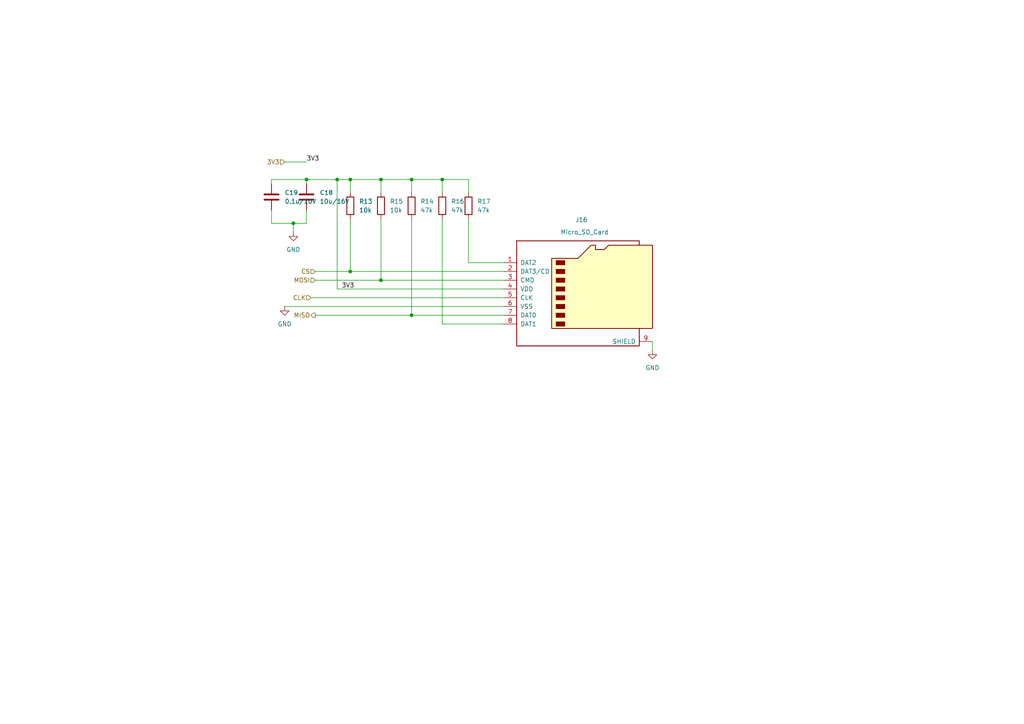
<source format=kicad_sch>
(kicad_sch (version 20250114) (generator "eeschema") (generator_version "9.0")
  (paper "A4")
  (lib_symbols
    (symbol "Connector:Micro_SD_Card" (pin_names (offset 1.016))
      (property "Reference" "J" (at -16.51 15.24 0))
      (property "Value" "Micro_SD_Card" (at 16.51 15.24 0))
      (symbol "Micro_SD_Card_0_1"
        (polyline (pts (xy -8.89 -11.43) (xy -8.89 8.89) (xy -1.27 8.89) (xy 2.54 12.7) (xy 3.81 12.7) (xy 3.81 11.43) (xy 6.35 11.43) (xy 7.62 12.7) (xy 20.32 12.7) (xy 20.32 -11.43) (xy -8.89 -11.43)) (stroke (width 0.254)) (fill (type background)))
        (rectangle (start -7.62 8.255) (end -5.08 6.985) (fill (type outline)))
        (rectangle (start -7.62 5.715) (end -5.08 4.445) (fill (type outline)))
        (rectangle (start -7.62 3.175) (end -5.08 1.905) (fill (type outline)))
        (rectangle (start -7.62 0.635) (end -5.08 -0.635) (fill (type outline)))
        (rectangle (start -7.62 -1.905) (end -5.08 -3.175) (fill (type outline)))
        (rectangle (start -7.62 -4.445) (end -5.08 -5.715) (fill (type outline)))
        (rectangle (start -7.62 -6.985) (end -5.08 -8.255) (fill (type outline)))
        (rectangle (start -7.62 -9.525) (end -5.08 -10.795) (fill (type outline)))
        (polyline (pts (xy 16.51 12.7) (xy 16.51 13.97) (xy -19.05 13.97) (xy -19.05 -16.51) (xy 16.51 -16.51) (xy 16.51 -11.43)) (stroke (width 0.254)))
      )
      (symbol "Micro_SD_Card_1_1"
        (pin bidirectional line (at -22.86 7.62 0) (length 3.81) (name "DAT2") (number "1"))
        (pin bidirectional line (at -22.86 5.08 0) (length 3.81) (name "DAT3/CD") (number "2"))
        (pin input line (at -22.86 2.54 0) (length 3.81) (name "CMD") (number "3"))
        (pin power_in line (at -22.86 0 0) (length 3.81) (name "VDD") (number "4"))
        (pin input line (at -22.86 -2.54 0) (length 3.81) (name "CLK") (number "5"))
        (pin power_in line (at -22.86 -5.08 0) (length 3.81) (name "VSS") (number "6"))
        (pin bidirectional line (at -22.86 -7.62 0) (length 3.81) (name "DAT0") (number "7"))
        (pin bidirectional line (at -22.86 -10.16 0) (length 3.81) (name "DAT1") (number "8"))
        (pin passive line (at 20.32 -15.24 180) (length 3.81) (name "SHIELD") (number "9"))
      )
    )
    (symbol "Device:C" (pin_numbers (hide yes)) (pin_names (offset 0.254))
      (property "Reference" "C" (at 0.635 2.54 0))
      (property "Value" "C" (at 0.635 -2.54 0))
      (symbol "C_0_1"
        (polyline (pts (xy -2.032 0.762) (xy 2.032 0.762)) (stroke (width 0.508)))
        (polyline (pts (xy -2.032 -0.762) (xy 2.032 -0.762)) (stroke (width 0.508)))
      )
      (symbol "C_1_1"
        (pin passive line (at 0 3.81 270) (length 2.794) (name "~") (number "1"))
        (pin passive line (at 0 -3.81 90) (length 2.794) (name "~") (number "2"))
      )
    )
    (symbol "Device:R" (pin_numbers (hide yes)) (pin_names (offset 0))
      (property "Reference" "R" (at 2.032 0 90))
      (property "Value" "R" (at 0 0 90))
      (symbol "R_0_1"
        (rectangle (start -1.016 -2.54) (end 1.016 2.54) (stroke (width 0.254)))
      )
      (symbol "R_1_1"
        (pin passive line (at 0 3.81 270) (length 1.27) (name "~") (number "1"))
        (pin passive line (at 0 -3.81 90) (length 1.27) (name "~") (number "2"))
      )
    )
    (symbol "power:GND" (power) (pin_numbers (hide yes)) (pin_names (offset 0) (hide yes))
      (property "Value" "GND" (at 0 -3.81 0))
      (symbol "GND_0_1"
        (polyline (pts (xy 0 0) (xy 0 -1.27) (xy 1.27 -1.27) (xy 0 -2.54) (xy -1.27 -1.27) (xy 0 -1.27)))
      )
      (symbol "GND_1_1"
        (pin power_in line (at 0 0 270) (length 0) (name "~") (number "1"))
      )
    )
  )
  (junction (at 88.9 52.07))
  (junction (at 128.27 52.07))
  (junction (at 119.38 52.07))
  (junction (at 101.6 52.07))
  (junction (at 85.09 64.77))
  (junction (at 110.49 81.28))
  (junction (at 97.79 52.07))
  (junction (at 110.49 52.07))
  (junction (at 101.6 78.74))
  (junction (at 119.38 91.44))
  (wire (pts (xy 119.38 55.88) (xy 119.38 52.07)))
  (wire (pts (xy 110.49 81.28) (xy 146.05 81.28)))
  (wire (pts (xy 110.49 63.5) (xy 110.49 81.28)))
  (wire (pts (xy 128.27 52.07) (xy 135.89 52.07)))
  (wire (pts (xy 85.09 64.77) (xy 85.09 67.31)))
  (wire (pts (xy 189.23 99.06) (xy 189.23 101.6)))
  (wire (pts (xy 135.89 76.2) (xy 135.89 63.5)))
  (wire (pts (xy 78.74 52.07) (xy 78.74 53.34)))
  (wire (pts (xy 135.89 52.07) (xy 135.89 55.88)))
  (wire (pts (xy 78.74 64.77) (xy 85.09 64.77)))
  (wire (pts (xy 101.6 78.74) (xy 146.05 78.74)))
  (wire (pts (xy 90.17 86.36) (xy 146.05 86.36)))
  (wire (pts (xy 97.79 52.07) (xy 101.6 52.07)))
  (wire (pts (xy 97.79 52.07) (xy 97.79 83.82)))
  (wire (pts (xy 128.27 52.07) (xy 128.27 55.88)))
  (wire (pts (xy 97.79 83.82) (xy 146.05 83.82)))
  (wire (pts (xy 146.05 76.2) (xy 135.89 76.2)))
  (wire (pts (xy 91.44 81.28) (xy 110.49 81.28)))
  (wire (pts (xy 110.49 52.07) (xy 110.49 55.88)))
  (wire (pts (xy 91.44 91.44) (xy 119.38 91.44)))
  (wire (pts (xy 119.38 63.5) (xy 119.38 91.44)))
  (wire (pts (xy 88.9 60.96) (xy 88.9 64.77)))
  (wire (pts (xy 119.38 52.07) (xy 110.49 52.07)))
  (wire (pts (xy 88.9 52.07) (xy 97.79 52.07)))
  (wire (pts (xy 88.9 52.07) (xy 78.74 52.07)))
  (wire (pts (xy 146.05 93.98) (xy 128.27 93.98)))
  (wire (pts (xy 110.49 52.07) (xy 101.6 52.07)))
  (wire (pts (xy 78.74 60.96) (xy 78.74 64.77)))
  (wire (pts (xy 101.6 52.07) (xy 101.6 55.88)))
  (wire (pts (xy 82.55 88.9) (xy 146.05 88.9)))
  (wire (pts (xy 82.55 46.99) (xy 88.9 46.99)))
  (wire (pts (xy 128.27 93.98) (xy 128.27 63.5)))
  (wire (pts (xy 119.38 52.07) (xy 128.27 52.07)))
  (wire (pts (xy 119.38 91.44) (xy 146.05 91.44)))
  (wire (pts (xy 91.44 78.74) (xy 101.6 78.74)))
  (wire (pts (xy 85.09 64.77) (xy 88.9 64.77)))
  (wire (pts (xy 101.6 63.5) (xy 101.6 78.74)))
  (wire (pts (xy 88.9 53.34) (xy 88.9 52.07)))
  (label "3V3" (at 99.06 83.82 0))
  (label "3V3" (at 88.9 46.99 0))
  (hierarchical_label "CLK" (shape input) (at 90.17 86.36 180))
  (hierarchical_label "MOSI" (shape input) (at 91.44 81.28 180))
  (hierarchical_label "CS" (shape input) (at 91.44 78.74 180))
  (hierarchical_label "3V3" (shape input) (at 82.55 46.99 180))
  (hierarchical_label "MISO" (shape output) (at 91.44 91.44 180))
  (symbol (lib_id "power:GND") (at 82.55 88.9 0) (unit 1)
    (property "Reference" "#PWR034" (effects (hide yes)))
    (property "Value" "GND" (at 82.55 93.98 0))
    (property "Description" "Power symbol creates a global label with name \"GND\" , ground" (effects (hide yes)))
  )
  (symbol (lib_id "Device:R") (at 110.49 59.69 0) (unit 1)
    (property "Reference" "R15" (at 113.03 58.4199 0) (effects (justify left)))
    (property "Value" "10k" (at 113.03 60.9599 0) (effects (justify left)))
    (property "Footprint" "Resistor_SMD:R_0603_1608Metric" (effects (hide yes)))
    (property "Description" "Resistor" (effects (hide yes)))
  )
  (symbol (lib_id "Device:C") (at 78.74 57.15 0) (unit 1)
    (property "Reference" "C19" (at 82.55 55.8799 0) (effects (justify left)))
    (property "Value" "0.1u/10V" (at 82.55 58.4199 0) (effects (justify left)))
    (property "Footprint" "Capacitor_SMD:C_0201_0603Metric" (effects (hide yes)))
    (property "Description" "Unpolarized capacitor" (effects (hide yes)))
  )
  (symbol (lib_id "Device:R") (at 128.27 59.69 0) (unit 1)
    (property "Reference" "R16" (at 130.81 58.4199 0) (effects (justify left)))
    (property "Value" "47k" (at 130.81 60.9599 0) (effects (justify left)))
    (property "Footprint" "Resistor_SMD:R_0603_1608Metric" (effects (hide yes)))
    (property "Description" "Resistor" (effects (hide yes)))
  )
  (symbol (lib_id "Connector:Micro_SD_Card") (at 168.91 83.82 0) (unit 1)
    (property "Reference" "J16" (at 168.656 63.754 0))
    (property "Value" "Micro_SD_Card" (at 169.545 67.31 0))
    (property "Footprint" "Connector_Card:microSD_HC_Molex_47219-2001" (effects (hide yes)))
    (property "Datasheet" "https://www.we-online.com/components/products/datasheet/693072010801.pdf" (effects (hide yes)))
    (property "Description" "Micro SD Card Socket" (effects (hide yes)))
  )
  (symbol (lib_id "power:GND") (at 85.09 67.31 0) (unit 1)
    (property "Reference" "#PWR035" (effects (hide yes)))
    (property "Value" "GND" (at 85.09 72.39 0))
    (property "Description" "Power symbol creates a global label with name \"GND\" , ground" (effects (hide yes)))
  )
  (symbol (lib_id "Device:R") (at 119.38 59.69 0) (unit 1)
    (property "Reference" "R14" (at 121.92 58.4199 0) (effects (justify left)))
    (property "Value" "47k" (at 121.92 60.9599 0) (effects (justify left)))
    (property "Footprint" "Resistor_SMD:R_0603_1608Metric" (effects (hide yes)))
    (property "Description" "Resistor" (effects (hide yes)))
  )
  (symbol (lib_id "power:GND") (at 189.23 101.6 0) (unit 1)
    (property "Reference" "#PWR033" (effects (hide yes)))
    (property "Value" "GND" (at 189.23 106.68 0))
    (property "Description" "Power symbol creates a global label with name \"GND\" , ground" (effects (hide yes)))
  )
  (symbol (lib_id "Device:C") (at 88.9 57.15 0) (unit 1)
    (property "Reference" "C18" (at 92.71 55.8799 0) (effects (justify left)))
    (property "Value" "10u/16V" (at 92.71 58.4199 0) (effects (justify left)))
    (property "Footprint" "Capacitor_SMD:C_0805_2012Metric" (effects (hide yes)))
    (property "Description" "Unpolarized capacitor" (effects (hide yes)))
  )
  (symbol (lib_id "Device:R") (at 101.6 59.69 0) (unit 1)
    (property "Reference" "R13" (at 104.14 58.4199 0) (effects (justify left)))
    (property "Value" "10k" (at 104.14 60.9599 0) (effects (justify left)))
    (property "Footprint" "Resistor_SMD:R_0603_1608Metric" (effects (hide yes)))
    (property "Description" "Resistor" (effects (hide yes)))
  )
  (symbol (lib_id "Device:R") (at 135.89 59.69 0) (unit 1)
    (property "Reference" "R17" (at 138.43 58.4199 0) (effects (justify left)))
    (property "Value" "47k" (at 138.43 60.9599 0) (effects (justify left)))
    (property "Footprint" "Resistor_SMD:R_0603_1608Metric" (effects (hide yes)))
    (property "Description" "Resistor" (effects (hide yes)))
  )
)
</source>
